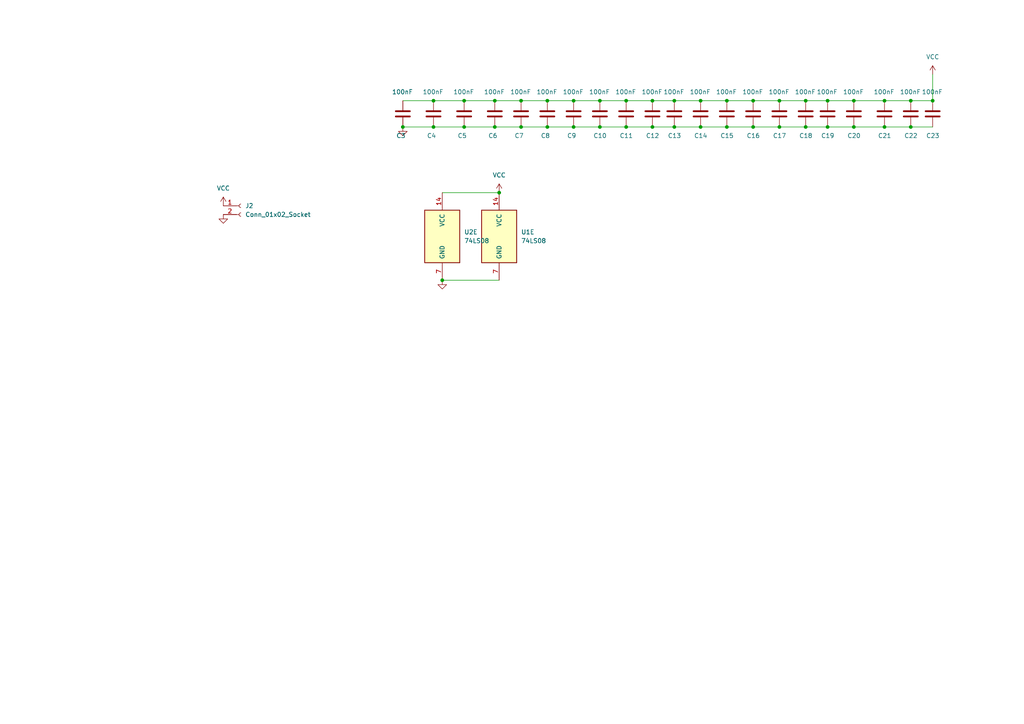
<source format=kicad_sch>
(kicad_sch (version 20250114) (generator "eeschema") (generator_version "9.0")
  (paper "A4")
  (lib_symbols
    (symbol "74xx:74LS08" (pin_names (offset 1.016))
      (property "Reference" "U" (at 0 1.27 0))
      (property "Value" "74LS08" (at 0 -1.27 0))
      (symbol "74LS08_1_1"
        (arc (start 0 3.81) (mid 3.7934 0) (end 0 -3.81) (stroke (width 0.254)) (fill (type background)))
        (polyline (pts (xy 0 3.81) (xy -3.81 3.81) (xy -3.81 -3.81) (xy 0 -3.81)) (stroke (width 0.254)) (fill (type background)))
        (pin input line (at -7.62 2.54 0) (length 3.81) (name "~") (number "1"))
        (pin input line (at -7.62 -2.54 0) (length 3.81) (name "~") (number "2"))
        (pin output line (at 7.62 0 180) (length 3.81) (name "~") (number "3"))
      )
      (symbol "74LS08_1_2"
        (arc (start -3.81 3.81) (mid -2.589 0) (end -3.81 -3.81) (stroke (width 0.254)))
        (polyline (pts (xy -3.81 3.81) (xy -0.635 3.81)) (stroke (width 0.254)) (fill (type background)))
        (polyline (pts (xy -3.81 -3.81) (xy -0.635 -3.81)) (stroke (width 0.254)) (fill (type background)))
        (arc (start 3.81 0) (mid 2.1855 -2.584) (end -0.6096 -3.81) (stroke (width 0.254)) (fill (type background)))
        (arc (start -0.6096 3.81) (mid 2.1928 2.5924) (end 3.81 0) (stroke (width 0.254)) (fill (type background)))
        (polyline (pts (xy -0.635 3.81) (xy -3.81 3.81) (xy -3.81 3.81) (xy -3.556 3.4036) (xy -3.0226 2.2606) (xy -2.6924 1.0414) (xy -2.6162 -0.254) (xy -2.7686 -1.4986) (xy -3.175 -2.7178) (xy -3.81 -3.81) (xy -3.81 -3.81) (xy -0.635 -3.81)) (stroke (width -25.4)) (fill (type background)))
        (pin input inverted (at -7.62 2.54 0) (length 4.318) (name "~") (number "1"))
        (pin input inverted (at -7.62 -2.54 0) (length 4.318) (name "~") (number "2"))
        (pin output inverted (at 7.62 0 180) (length 3.81) (name "~") (number "3"))
      )
      (symbol "74LS08_2_1"
        (arc (start 0 3.81) (mid 3.7934 0) (end 0 -3.81) (stroke (width 0.254)) (fill (type background)))
        (polyline (pts (xy 0 3.81) (xy -3.81 3.81) (xy -3.81 -3.81) (xy 0 -3.81)) (stroke (width 0.254)) (fill (type background)))
        (pin input line (at -7.62 2.54 0) (length 3.81) (name "~") (number "4"))
        (pin input line (at -7.62 -2.54 0) (length 3.81) (name "~") (number "5"))
        (pin output line (at 7.62 0 180) (length 3.81) (name "~") (number "6"))
      )
      (symbol "74LS08_2_2"
        (arc (start -3.81 3.81) (mid -2.589 0) (end -3.81 -3.81) (stroke (width 0.254)))
        (polyline (pts (xy -3.81 3.81) (xy -0.635 3.81)) (stroke (width 0.254)) (fill (type background)))
        (polyline (pts (xy -3.81 -3.81) (xy -0.635 -3.81)) (stroke (width 0.254)) (fill (type background)))
        (arc (start 3.81 0) (mid 2.1855 -2.584) (end -0.6096 -3.81) (stroke (width 0.254)) (fill (type background)))
        (arc (start -0.6096 3.81) (mid 2.1928 2.5924) (end 3.81 0) (stroke (width 0.254)) (fill (type background)))
        (polyline (pts (xy -0.635 3.81) (xy -3.81 3.81) (xy -3.81 3.81) (xy -3.556 3.4036) (xy -3.0226 2.2606) (xy -2.6924 1.0414) (xy -2.6162 -0.254) (xy -2.7686 -1.4986) (xy -3.175 -2.7178) (xy -3.81 -3.81) (xy -3.81 -3.81) (xy -0.635 -3.81)) (stroke (width -25.4)) (fill (type background)))
        (pin input inverted (at -7.62 2.54 0) (length 4.318) (name "~") (number "4"))
        (pin input inverted (at -7.62 -2.54 0) (length 4.318) (name "~") (number "5"))
        (pin output inverted (at 7.62 0 180) (length 3.81) (name "~") (number "6"))
      )
      (symbol "74LS08_3_1"
        (arc (start 0 3.81) (mid 3.7934 0) (end 0 -3.81) (stroke (width 0.254)) (fill (type background)))
        (polyline (pts (xy 0 3.81) (xy -3.81 3.81) (xy -3.81 -3.81) (xy 0 -3.81)) (stroke (width 0.254)) (fill (type background)))
        (pin input line (at -7.62 2.54 0) (length 3.81) (name "~") (number "9"))
        (pin input line (at -7.62 -2.54 0) (length 3.81) (name "~") (number "10"))
        (pin output line (at 7.62 0 180) (length 3.81) (name "~") (number "8"))
      )
      (symbol "74LS08_3_2"
        (arc (start -3.81 3.81) (mid -2.589 0) (end -3.81 -3.81) (stroke (width 0.254)))
        (polyline (pts (xy -3.81 3.81) (xy -0.635 3.81)) (stroke (width 0.254)) (fill (type background)))
        (polyline (pts (xy -3.81 -3.81) (xy -0.635 -3.81)) (stroke (width 0.254)) (fill (type background)))
        (arc (start 3.81 0) (mid 2.1855 -2.584) (end -0.6096 -3.81) (stroke (width 0.254)) (fill (type background)))
        (arc (start -0.6096 3.81) (mid 2.1928 2.5924) (end 3.81 0) (stroke (width 0.254)) (fill (type background)))
        (polyline (pts (xy -0.635 3.81) (xy -3.81 3.81) (xy -3.81 3.81) (xy -3.556 3.4036) (xy -3.0226 2.2606) (xy -2.6924 1.0414) (xy -2.6162 -0.254) (xy -2.7686 -1.4986) (xy -3.175 -2.7178) (xy -3.81 -3.81) (xy -3.81 -3.81) (xy -0.635 -3.81)) (stroke (width -25.4)) (fill (type background)))
        (pin input inverted (at -7.62 2.54 0) (length 4.318) (name "~") (number "9"))
        (pin input inverted (at -7.62 -2.54 0) (length 4.318) (name "~") (number "10"))
        (pin output inverted (at 7.62 0 180) (length 3.81) (name "~") (number "8"))
      )
      (symbol "74LS08_4_1"
        (arc (start 0 3.81) (mid 3.7934 0) (end 0 -3.81) (stroke (width 0.254)) (fill (type background)))
        (polyline (pts (xy 0 3.81) (xy -3.81 3.81) (xy -3.81 -3.81) (xy 0 -3.81)) (stroke (width 0.254)) (fill (type background)))
        (pin input line (at -7.62 2.54 0) (length 3.81) (name "~") (number "12"))
        (pin input line (at -7.62 -2.54 0) (length 3.81) (name "~") (number "13"))
        (pin output line (at 7.62 0 180) (length 3.81) (name "~") (number "11"))
      )
      (symbol "74LS08_4_2"
        (arc (start -3.81 3.81) (mid -2.589 0) (end -3.81 -3.81) (stroke (width 0.254)))
        (polyline (pts (xy -3.81 3.81) (xy -0.635 3.81)) (stroke (width 0.254)) (fill (type background)))
        (polyline (pts (xy -3.81 -3.81) (xy -0.635 -3.81)) (stroke (width 0.254)) (fill (type background)))
        (arc (start 3.81 0) (mid 2.1855 -2.584) (end -0.6096 -3.81) (stroke (width 0.254)) (fill (type background)))
        (arc (start -0.6096 3.81) (mid 2.1928 2.5924) (end 3.81 0) (stroke (width 0.254)) (fill (type background)))
        (polyline (pts (xy -0.635 3.81) (xy -3.81 3.81) (xy -3.81 3.81) (xy -3.556 3.4036) (xy -3.0226 2.2606) (xy -2.6924 1.0414) (xy -2.6162 -0.254) (xy -2.7686 -1.4986) (xy -3.175 -2.7178) (xy -3.81 -3.81) (xy -3.81 -3.81) (xy -0.635 -3.81)) (stroke (width -25.4)) (fill (type background)))
        (pin input inverted (at -7.62 2.54 0) (length 4.318) (name "~") (number "12"))
        (pin input inverted (at -7.62 -2.54 0) (length 4.318) (name "~") (number "13"))
        (pin output inverted (at 7.62 0 180) (length 3.81) (name "~") (number "11"))
      )
      (symbol "74LS08_5_0"
        (pin power_in line (at 0 12.7 270) (length 5.08) (name "VCC") (number "14"))
        (pin power_in line (at 0 -12.7 90) (length 5.08) (name "GND") (number "7"))
      )
      (symbol "74LS08_5_1"
        (rectangle (start -5.08 7.62) (end 5.08 -7.62) (stroke (width 0.254)) (fill (type background)))
      )
    )
    (symbol "Connector:Conn_01x02_Socket" (pin_names (offset 1.016) (hide yes))
      (property "Reference" "J" (at 0 2.54 0))
      (property "Value" "Conn_01x02_Socket" (at 0 -5.08 0))
      (symbol "Conn_01x02_Socket_1_1"
        (polyline (pts (xy -1.27 0) (xy -0.508 0)) (stroke (width 0.1524)))
        (polyline (pts (xy -1.27 -2.54) (xy -0.508 -2.54)) (stroke (width 0.1524)))
        (arc (start 0 -0.508) (mid -0.5058 0) (end 0 0.508) (stroke (width 0.1524)))
        (arc (start 0 -3.048) (mid -0.5058 -2.54) (end 0 -2.032) (stroke (width 0.1524)))
        (pin passive line (at -5.08 0 0) (length 3.81) (name "Pin_1") (number "1"))
        (pin passive line (at -5.08 -2.54 0) (length 3.81) (name "Pin_2") (number "2"))
      )
    )
    (symbol "Device:C" (pin_numbers (hide yes)) (pin_names (offset 0.254))
      (property "Reference" "C" (at 0.635 2.54 0))
      (property "Value" "C" (at 0.635 -2.54 0))
      (symbol "C_0_1"
        (polyline (pts (xy -2.032 0.762) (xy 2.032 0.762)) (stroke (width 0.508)))
        (polyline (pts (xy -2.032 -0.762) (xy 2.032 -0.762)) (stroke (width 0.508)))
      )
      (symbol "C_1_1"
        (pin passive line (at 0 3.81 270) (length 2.794) (name "~") (number "1"))
        (pin passive line (at 0 -3.81 90) (length 2.794) (name "~") (number "2"))
      )
    )
    (symbol "power:GND" (power) (pin_names (offset 0))
      (property "Value" "GND" (at 0 -3.81 0))
      (symbol "GND_0_1"
        (polyline (pts (xy 0 0) (xy 0 -1.27) (xy 1.27 -1.27) (xy 0 -2.54) (xy -1.27 -1.27) (xy 0 -1.27)))
      )
      (symbol "GND_1_1"
        (pin power_in line (at 0 0 270) (length 0) (hide yes) (name "GND") (number "1"))
      )
    )
    (symbol "power:VCC" (power) (pin_names (offset 0))
      (property "Value" "VCC" (at 0 3.81 0))
      (symbol "VCC_0_1"
        (polyline (pts (xy -0.762 1.27) (xy 0 2.54)))
        (polyline (pts (xy 0 2.54) (xy 0.762 1.27)))
        (polyline (pts (xy 0 0) (xy 0 2.54)))
      )
      (symbol "VCC_1_1"
        (pin power_in line (at 0 0 90) (length 0) (hide yes) (name "VCC") (number "1"))
      )
    )
  )
  (junction (at 226.06 29.21))
  (junction (at 247.65 29.21))
  (junction (at 143.51 36.83))
  (junction (at 195.58 36.83))
  (junction (at 218.44 36.83))
  (junction (at 134.62 36.83))
  (junction (at 134.62 29.21))
  (junction (at 210.82 29.21))
  (junction (at 143.51 29.21))
  (junction (at 173.99 36.83))
  (junction (at 189.23 29.21))
  (junction (at 203.2 29.21))
  (junction (at 158.75 36.83))
  (junction (at 210.82 36.83))
  (junction (at 158.75 29.21))
  (junction (at 166.37 36.83))
  (junction (at 264.16 36.83))
  (junction (at 173.99 29.21))
  (junction (at 270.51 29.21))
  (junction (at 166.37 29.21))
  (junction (at 240.03 29.21))
  (junction (at 256.54 29.21))
  (junction (at 189.23 36.83))
  (junction (at 144.78 55.88))
  (junction (at 264.16 29.21))
  (junction (at 181.61 36.83))
  (junction (at 151.13 36.83))
  (junction (at 226.06 36.83))
  (junction (at 247.65 36.83))
  (junction (at 125.73 29.21))
  (junction (at 256.54 36.83))
  (junction (at 195.58 29.21))
  (junction (at 218.44 29.21))
  (junction (at 233.68 36.83))
  (junction (at 181.61 29.21))
  (junction (at 203.2 36.83))
  (junction (at 125.73 36.83))
  (junction (at 151.13 29.21))
  (junction (at 116.84 36.83))
  (junction (at 240.03 36.83))
  (junction (at 128.27 81.28))
  (junction (at 233.68 29.21))
  (wire (pts (xy 128.27 55.88) (xy 144.78 55.88)))
  (wire (pts (xy 181.61 36.83) (xy 189.23 36.83)))
  (wire (pts (xy 218.44 29.21) (xy 226.06 29.21)))
  (wire (pts (xy 134.62 36.83) (xy 143.51 36.83)))
  (wire (pts (xy 166.37 29.21) (xy 173.99 29.21)))
  (wire (pts (xy 189.23 36.83) (xy 195.58 36.83)))
  (wire (pts (xy 125.73 29.21) (xy 134.62 29.21)))
  (wire (pts (xy 264.16 29.21) (xy 256.54 29.21)))
  (wire (pts (xy 203.2 36.83) (xy 210.82 36.83)))
  (wire (pts (xy 125.73 29.21) (xy 116.84 29.21)))
  (wire (pts (xy 195.58 29.21) (xy 203.2 29.21)))
  (wire (pts (xy 210.82 36.83) (xy 218.44 36.83)))
  (wire (pts (xy 116.84 36.83) (xy 125.73 36.83)))
  (wire (pts (xy 270.51 21.59) (xy 270.51 29.21)))
  (wire (pts (xy 128.27 81.28) (xy 144.78 81.28)))
  (wire (pts (xy 247.65 29.21) (xy 256.54 29.21)))
  (wire (pts (xy 240.03 36.83) (xy 247.65 36.83)))
  (wire (pts (xy 247.65 36.83) (xy 256.54 36.83)))
  (wire (pts (xy 264.16 36.83) (xy 270.51 36.83)))
  (wire (pts (xy 233.68 36.83) (xy 240.03 36.83)))
  (wire (pts (xy 134.62 29.21) (xy 143.51 29.21)))
  (wire (pts (xy 166.37 36.83) (xy 173.99 36.83)))
  (wire (pts (xy 226.06 29.21) (xy 233.68 29.21)))
  (wire (pts (xy 158.75 29.21) (xy 166.37 29.21)))
  (wire (pts (xy 195.58 36.83) (xy 203.2 36.83)))
  (wire (pts (xy 264.16 29.21) (xy 270.51 29.21)))
  (wire (pts (xy 173.99 29.21) (xy 181.61 29.21)))
  (wire (pts (xy 256.54 36.83) (xy 264.16 36.83)))
  (wire (pts (xy 166.37 36.83) (xy 158.75 36.83)))
  (wire (pts (xy 143.51 29.21) (xy 151.13 29.21)))
  (wire (pts (xy 151.13 29.21) (xy 158.75 29.21)))
  (wire (pts (xy 195.58 29.21) (xy 189.23 29.21)))
  (wire (pts (xy 151.13 36.83) (xy 158.75 36.83)))
  (wire (pts (xy 218.44 36.83) (xy 226.06 36.83)))
  (wire (pts (xy 210.82 29.21) (xy 218.44 29.21)))
  (wire (pts (xy 181.61 29.21) (xy 189.23 29.21)))
  (wire (pts (xy 233.68 29.21) (xy 240.03 29.21)))
  (wire (pts (xy 240.03 29.21) (xy 247.65 29.21)))
  (wire (pts (xy 226.06 36.83) (xy 233.68 36.83)))
  (wire (pts (xy 143.51 36.83) (xy 151.13 36.83)))
  (wire (pts (xy 125.73 36.83) (xy 134.62 36.83)))
  (wire (pts (xy 203.2 29.21) (xy 210.82 29.21)))
  (wire (pts (xy 173.99 36.83) (xy 181.61 36.83)))
  (symbol (lib_id "Device:C") (at 125.73 33.02 0) (unit 1)
    (property "Reference" "C4" (at 123.825 39.37 0) (effects (justify left)))
    (property "Value" "100nF" (at 122.555 26.67 0) (effects (justify left)))
    (property "Footprint" "Capacitor_SMD:C_0805_2012Metric_Pad1.18x1.45mm_HandSolder" (effects (hide yes)))
  )
  (symbol (lib_id "Device:C") (at 240.03 33.02 0) (unit 1)
    (property "Reference" "C19" (at 238.125 39.37 0) (effects (justify left)))
    (property "Value" "100nF" (at 236.855 26.67 0) (effects (justify left)))
    (property "Footprint" "Capacitor_SMD:C_0805_2012Metric_Pad1.18x1.45mm_HandSolder" (effects (hide yes)))
  )
  (symbol (lib_id "Device:C") (at 218.44 33.02 0) (unit 1)
    (property "Reference" "C16" (at 216.535 39.37 0) (effects (justify left)))
    (property "Value" "100nF" (at 215.265 26.67 0) (effects (justify left)))
    (property "Footprint" "Capacitor_SMD:C_0805_2012Metric_Pad1.18x1.45mm_HandSolder" (effects (hide yes)))
  )
  (symbol (lib_id "Device:C") (at 264.16 33.02 0) (unit 1)
    (property "Reference" "C22" (at 262.255 39.37 0) (effects (justify left)))
    (property "Value" "100nF" (at 260.985 26.67 0) (effects (justify left)))
    (property "Footprint" "Capacitor_SMD:C_0805_2012Metric_Pad1.18x1.45mm_HandSolder" (effects (hide yes)))
  )
  (symbol (lib_id "Device:C") (at 189.23 33.02 0) (unit 1)
    (property "Reference" "C12" (at 187.325 39.37 0) (effects (justify left)))
    (property "Value" "100nF" (at 186.055 26.67 0) (effects (justify left)))
    (property "Footprint" "Capacitor_SMD:C_0805_2012Metric_Pad1.18x1.45mm_HandSolder" (effects (hide yes)))
  )
  (symbol (lib_id "Device:C") (at 203.2 33.02 0) (unit 1)
    (property "Reference" "C14" (at 201.295 39.37 0) (effects (justify left)))
    (property "Value" "100nF" (at 200.025 26.67 0) (effects (justify left)))
    (property "Footprint" "Capacitor_SMD:C_0805_2012Metric_Pad1.18x1.45mm_HandSolder" (effects (hide yes)))
  )
  (symbol (lib_id "Device:C") (at 181.61 33.02 0) (unit 1)
    (property "Reference" "C11" (at 179.705 39.37 0) (effects (justify left)))
    (property "Value" "100nF" (at 178.435 26.67 0) (effects (justify left)))
    (property "Footprint" "Capacitor_SMD:C_0805_2012Metric_Pad1.18x1.45mm_HandSolder" (effects (hide yes)))
  )
  (symbol (lib_id "Device:C") (at 210.82 33.02 0) (unit 1)
    (property "Reference" "C15" (at 208.915 39.37 0) (effects (justify left)))
    (property "Value" "100nF" (at 207.645 26.67 0) (effects (justify left)))
    (property "Footprint" "Capacitor_SMD:C_0805_2012Metric_Pad1.18x1.45mm_HandSolder" (effects (hide yes)))
  )
  (symbol (lib_id "Device:C") (at 247.65 33.02 0) (unit 1)
    (property "Reference" "C20" (at 245.745 39.37 0) (effects (justify left)))
    (property "Value" "100nF" (at 244.475 26.67 0) (effects (justify left)))
    (property "Footprint" "Capacitor_SMD:C_0805_2012Metric_Pad1.18x1.45mm_HandSolder" (effects (hide yes)))
  )
  (symbol (lib_id "74xx:74LS08") (at 144.78 68.58 0) (unit 5)
    (property "Reference" "U1" (at 151.13 67.3099 0) (effects (justify left)))
    (property "Value" "74LS08" (at 151.13 69.8499 0) (effects (justify left)))
    (property "Footprint" "Package_SO:SO-14_3.9x8.65mm_P1.27mm" (effects (hide yes)))
    (property "Datasheet" "http://www.ti.com/lit/gpn/sn74LS08" (effects (hide yes)))
    (property "Description" "Quad And2" (effects (hide yes)))
  )
  (symbol (lib_id "Device:C") (at 116.84 33.02 0) (unit 1)
    (property "Reference" "C3" (at 114.935 39.37 0) (effects (justify left)))
    (property "Value" "100nF" (at 113.665 26.67 0) (effects (justify left)))
    (property "Footprint" "Capacitor_SMD:C_0805_2012Metric_Pad1.18x1.45mm_HandSolder" (effects (hide yes)))
  )
  (symbol (lib_id "Device:C") (at 143.51 33.02 0) (unit 1)
    (property "Reference" "C6" (at 141.605 39.37 0) (effects (justify left)))
    (property "Value" "100nF" (at 140.335 26.67 0) (effects (justify left)))
    (property "Footprint" "Capacitor_SMD:C_0805_2012Metric_Pad1.18x1.45mm_HandSolder" (effects (hide yes)))
  )
  (symbol (lib_id "Device:C") (at 158.75 33.02 0) (unit 1)
    (property "Reference" "C8" (at 156.845 39.37 0) (effects (justify left)))
    (property "Value" "100nF" (at 155.575 26.67 0) (effects (justify left)))
    (property "Footprint" "Capacitor_SMD:C_0805_2012Metric_Pad1.18x1.45mm_HandSolder" (effects (hide yes)))
  )
  (symbol (lib_id "Device:C") (at 195.58 33.02 0) (unit 1)
    (property "Reference" "C13" (at 193.675 39.37 0) (effects (justify left)))
    (property "Value" "100nF" (at 192.405 26.67 0) (effects (justify left)))
    (property "Footprint" "Capacitor_SMD:C_0805_2012Metric_Pad1.18x1.45mm_HandSolder" (effects (hide yes)))
  )
  (symbol (lib_id "Device:C") (at 256.54 33.02 0) (unit 1)
    (property "Reference" "C21" (at 254.635 39.37 0) (effects (justify left)))
    (property "Value" "100nF" (at 253.365 26.67 0) (effects (justify left)))
    (property "Footprint" "Capacitor_SMD:C_0805_2012Metric_Pad1.18x1.45mm_HandSolder" (effects (hide yes)))
  )
  (symbol (lib_id "power:VCC") (at 64.77 59.69 0) (unit 1)
    (property "Reference" "#PWR042" (effects (hide yes)))
    (property "Value" "VCC" (at 64.77 54.61 0))
  )
  (symbol (lib_id "Device:C") (at 151.13 33.02 0) (unit 1)
    (property "Reference" "C7" (at 149.225 39.37 0) (effects (justify left)))
    (property "Value" "100nF" (at 147.955 26.67 0) (effects (justify left)))
    (property "Footprint" "Capacitor_SMD:C_0805_2012Metric_Pad1.18x1.45mm_HandSolder" (effects (hide yes)))
  )
  (symbol (lib_id "Device:C") (at 270.51 33.02 0) (unit 1)
    (property "Reference" "C23" (at 268.605 39.37 0) (effects (justify left)))
    (property "Value" "100nF" (at 267.335 26.67 0) (effects (justify left)))
    (property "Footprint" "Capacitor_SMD:C_0805_2012Metric_Pad1.18x1.45mm_HandSolder" (effects (hide yes)))
  )
  (symbol (lib_id "Device:C") (at 134.62 33.02 0) (unit 1)
    (property "Reference" "C5" (at 132.715 39.37 0) (effects (justify left)))
    (property "Value" "100nF" (at 131.445 26.67 0) (effects (justify left)))
    (property "Footprint" "Capacitor_SMD:C_0805_2012Metric_Pad1.18x1.45mm_HandSolder" (effects (hide yes)))
  )
  (symbol (lib_id "Device:C") (at 173.99 33.02 0) (unit 1)
    (property "Reference" "C10" (at 172.085 39.37 0) (effects (justify left)))
    (property "Value" "100nF" (at 170.815 26.67 0) (effects (justify left)))
    (property "Footprint" "Capacitor_SMD:C_0805_2012Metric_Pad1.18x1.45mm_HandSolder" (effects (hide yes)))
  )
  (symbol (lib_id "Device:C") (at 166.37 33.02 0) (unit 1)
    (property "Reference" "C9" (at 164.465 39.37 0) (effects (justify left)))
    (property "Value" "100nF" (at 163.195 26.67 0) (effects (justify left)))
    (property "Footprint" "Capacitor_SMD:C_0805_2012Metric_Pad1.18x1.45mm_HandSolder" (effects (hide yes)))
  )
  (symbol (lib_id "power:GND") (at 128.27 81.28 0) (unit 1)
    (property "Reference" "#PWR024" (effects (hide yes)))
    (property "Value" "GND" (effects (hide yes)))
  )
  (symbol (lib_id "Device:C") (at 233.68 33.02 0) (unit 1)
    (property "Reference" "C18" (at 231.775 39.37 0) (effects (justify left)))
    (property "Value" "100nF" (at 230.505 26.67 0) (effects (justify left)))
    (property "Footprint" "Capacitor_SMD:C_0805_2012Metric_Pad1.18x1.45mm_HandSolder" (effects (hide yes)))
  )
  (symbol (lib_id "power:VCC") (at 270.51 21.59 0) (unit 1)
    (property "Reference" "#PWR040" (effects (hide yes)))
    (property "Value" "VCC" (at 270.51 16.51 0))
  )
  (symbol (lib_id "power:GND") (at 116.84 36.83 0) (unit 1)
    (property "Reference" "#PWR023" (effects (hide yes)))
    (property "Value" "GND" (effects (hide yes)))
  )
  (symbol (lib_id "power:VCC") (at 144.78 55.88 0) (unit 1)
    (property "Reference" "#PWR041" (effects (hide yes)))
    (property "Value" "VCC" (at 144.78 50.8 0))
  )
  (symbol (lib_id "Connector:Conn_01x02_Socket") (at 69.85 59.69 0) (unit 1)
    (property "Reference" "J2" (at 71.12 59.6899 0) (effects (justify left)))
    (property "Value" "Conn_01x02_Socket" (at 71.12 62.2299 0) (effects (justify left)))
    (property "Footprint" "Connector_PinSocket_2.54mm:PinSocket_1x02_P2.54mm_Vertical" (effects (hide yes)))
    (property "Description" "Generic connector, single row, 01x02, script generated" (effects (hide yes)))
  )
  (symbol (lib_id "Device:C") (at 226.06 33.02 0) (unit 1)
    (property "Reference" "C17" (at 224.155 39.37 0) (effects (justify left)))
    (property "Value" "100nF" (at 222.885 26.67 0) (effects (justify left)))
    (property "Footprint" "Capacitor_SMD:C_0805_2012Metric_Pad1.18x1.45mm_HandSolder" (effects (hide yes)))
  )
  (symbol (lib_id "74xx:74LS08") (at 128.27 68.58 0) (unit 5)
    (property "Reference" "U2" (at 134.62 67.3099 0) (effects (justify left)))
    (property "Value" "74LS08" (at 134.62 69.8499 0) (effects (justify left)))
    (property "Footprint" "Package_SO:SO-14_3.9x8.65mm_P1.27mm" (effects (hide yes)))
    (property "Datasheet" "http://www.ti.com/lit/gpn/sn74LS08" (effects (hide yes)))
    (property "Description" "Quad And2" (effects (hide yes)))
  )
  (symbol (lib_id "power:GND") (at 64.77 62.23 0) (unit 1)
    (property "Reference" "#PWR028" (effects (hide yes)))
    (property "Value" "GND" (effects (hide yes)))
  )
)
</source>
